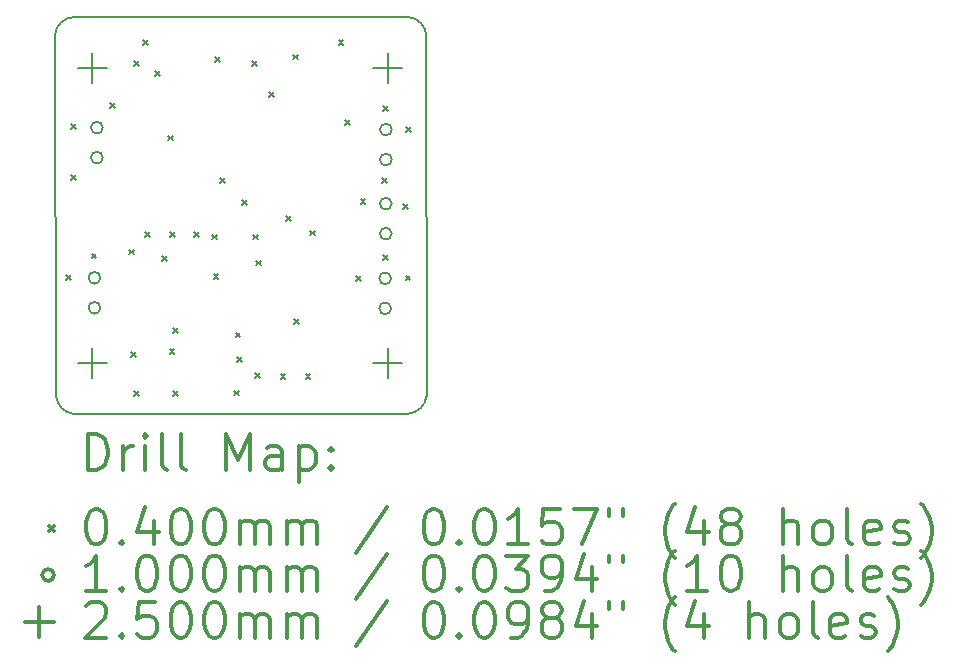
<source format=gbr>
%FSLAX45Y45*%
G04 Gerber Fmt 4.5, Leading zero omitted, Abs format (unit mm)*
G04 Created by KiCad (PCBNEW 5.99.0+really5.1.10+dfsg1-1) date 2022-01-15 17:01:51*
%MOMM*%
%LPD*%
G01*
G04 APERTURE LIST*
%TA.AperFunction,Profile*%
%ADD10C,0.150000*%
%TD*%
%ADD11C,0.200000*%
%ADD12C,0.300000*%
G04 APERTURE END LIST*
D10*
X15613288Y-11524457D02*
G75*
G02*
X15458440Y-11673840I-165924J17047D01*
G01*
X12626347Y-11676623D02*
G75*
G02*
X12476480Y-11525250I17832J167529D01*
G01*
X12467325Y-8465820D02*
G75*
G02*
X12626340Y-8315960I166189J-17047D01*
G01*
X15461457Y-8316052D02*
G75*
G02*
X15610840Y-8470900I-17047J-165924D01*
G01*
X15613288Y-11524457D02*
X15610840Y-8470900D01*
X12626347Y-11676623D02*
X15458440Y-11673840D01*
X12626340Y-8315960D02*
X15461457Y-8316052D01*
X12476480Y-11525250D02*
X12467325Y-8465820D01*
D11*
X12563160Y-10500680D02*
X12603160Y-10540680D01*
X12603160Y-10500680D02*
X12563160Y-10540680D01*
X12603800Y-9225600D02*
X12643800Y-9265600D01*
X12643800Y-9225600D02*
X12603800Y-9265600D01*
X12603800Y-9652320D02*
X12643800Y-9692320D01*
X12643800Y-9652320D02*
X12603800Y-9692320D01*
X12779060Y-10320340D02*
X12819060Y-10360340D01*
X12819060Y-10320340D02*
X12779060Y-10360340D01*
X12934000Y-9047800D02*
X12974000Y-9087800D01*
X12974000Y-9047800D02*
X12934000Y-9087800D01*
X13096560Y-10284780D02*
X13136560Y-10324780D01*
X13136560Y-10284780D02*
X13096560Y-10324780D01*
X13111800Y-11153460D02*
X13151800Y-11193460D01*
X13151800Y-11153460D02*
X13111800Y-11193460D01*
X13137200Y-11486200D02*
X13177200Y-11526200D01*
X13177200Y-11486200D02*
X13137200Y-11526200D01*
X13139740Y-8689660D02*
X13179740Y-8729660D01*
X13179740Y-8689660D02*
X13139740Y-8729660D01*
X13213400Y-8509320D02*
X13253400Y-8549320D01*
X13253400Y-8509320D02*
X13213400Y-8549320D01*
X13233720Y-10134920D02*
X13273720Y-10174920D01*
X13273720Y-10134920D02*
X13233720Y-10174920D01*
X13315000Y-8774750D02*
X13355000Y-8814750D01*
X13355000Y-8774750D02*
X13315000Y-8814750D01*
X13375960Y-10343200D02*
X13415960Y-10383200D01*
X13415960Y-10343200D02*
X13375960Y-10383200D01*
X13422950Y-9320850D02*
X13462950Y-9360850D01*
X13462950Y-9320850D02*
X13422950Y-9360850D01*
X13439460Y-11125520D02*
X13479460Y-11165520D01*
X13479460Y-11125520D02*
X13439460Y-11165520D01*
X13442000Y-10134920D02*
X13482000Y-10174920D01*
X13482000Y-10134920D02*
X13442000Y-10174920D01*
X13467146Y-10951530D02*
X13507146Y-10991530D01*
X13507146Y-10951530D02*
X13467146Y-10991530D01*
X13467400Y-11486200D02*
X13507400Y-11526200D01*
X13507400Y-11486200D02*
X13467400Y-11526200D01*
X13647740Y-10140000D02*
X13687740Y-10180000D01*
X13687740Y-10140000D02*
X13647740Y-10180000D01*
X13797600Y-10157780D02*
X13837600Y-10197780D01*
X13837600Y-10157780D02*
X13797600Y-10197780D01*
X13810300Y-10490520D02*
X13850300Y-10530520D01*
X13850300Y-10490520D02*
X13810300Y-10530520D01*
X13823000Y-8654100D02*
X13863000Y-8694100D01*
X13863000Y-8654100D02*
X13823000Y-8694100D01*
X13863640Y-9678228D02*
X13903640Y-9718228D01*
X13903640Y-9678228D02*
X13863640Y-9718228D01*
X13983020Y-11479850D02*
X14023020Y-11519850D01*
X14023020Y-11479850D02*
X13983020Y-11519850D01*
X13998260Y-10988360D02*
X14038260Y-11028360D01*
X14038260Y-10988360D02*
X13998260Y-11028360D01*
X14008928Y-11195116D02*
X14048928Y-11235116D01*
X14048928Y-11195116D02*
X14008928Y-11235116D01*
X14054140Y-9865680D02*
X14094140Y-9905680D01*
X14094140Y-9865680D02*
X14054140Y-9905680D01*
X14134150Y-8692200D02*
X14174150Y-8732200D01*
X14174150Y-8692200D02*
X14134150Y-8732200D01*
X14148120Y-10157780D02*
X14188120Y-10197780D01*
X14188120Y-10157780D02*
X14148120Y-10197780D01*
X14162852Y-11332276D02*
X14202852Y-11372276D01*
X14202852Y-11332276D02*
X14162852Y-11372276D01*
X14170980Y-10378760D02*
X14210980Y-10418760D01*
X14210980Y-10378760D02*
X14170980Y-10418760D01*
X14280200Y-8952550D02*
X14320200Y-8992550D01*
X14320200Y-8952550D02*
X14280200Y-8992550D01*
X14378244Y-11339388D02*
X14418244Y-11379388D01*
X14418244Y-11339388D02*
X14378244Y-11379388D01*
X14424980Y-10002840D02*
X14464980Y-10042840D01*
X14464980Y-10002840D02*
X14424980Y-10042840D01*
X14485940Y-8633780D02*
X14525940Y-8673780D01*
X14525940Y-8633780D02*
X14485940Y-8673780D01*
X14494830Y-10875330D02*
X14534830Y-10915330D01*
X14534830Y-10875330D02*
X14494830Y-10915330D01*
X14590080Y-11339388D02*
X14630080Y-11379388D01*
X14630080Y-11339388D02*
X14590080Y-11379388D01*
X14628180Y-10124760D02*
X14668180Y-10164760D01*
X14668180Y-10124760D02*
X14628180Y-10164760D01*
X14869480Y-8514400D02*
X14909480Y-8554400D01*
X14909480Y-8514400D02*
X14869480Y-8554400D01*
X14921550Y-9187500D02*
X14961550Y-9227500D01*
X14961550Y-9187500D02*
X14921550Y-9227500D01*
X15016800Y-10510840D02*
X15056800Y-10550840D01*
X15056800Y-10510840D02*
X15016800Y-10550840D01*
X15054900Y-9855520D02*
X15094900Y-9895520D01*
X15094900Y-9855520D02*
X15054900Y-9895520D01*
X15239050Y-9677720D02*
X15279050Y-9717720D01*
X15279050Y-9677720D02*
X15239050Y-9717720D01*
X15245400Y-9073200D02*
X15285400Y-9113200D01*
X15285400Y-9073200D02*
X15245400Y-9113200D01*
X15245400Y-10333040D02*
X15285400Y-10373040D01*
X15285400Y-10333040D02*
X15245400Y-10373040D01*
X15415580Y-9898700D02*
X15455580Y-9938700D01*
X15455580Y-9898700D02*
X15415580Y-9938700D01*
X15435900Y-10505760D02*
X15475900Y-10545760D01*
X15475900Y-10505760D02*
X15435900Y-10545760D01*
X15440980Y-9248460D02*
X15480980Y-9288460D01*
X15480980Y-9248460D02*
X15440980Y-9288460D01*
X12851600Y-10523220D02*
G75*
G03*
X12851600Y-10523220I-50000J0D01*
G01*
X12851600Y-10777220D02*
G75*
G03*
X12851600Y-10777220I-50000J0D01*
G01*
X12871920Y-9252712D02*
G75*
G03*
X12871920Y-9252712I-50000J0D01*
G01*
X12871920Y-9506712D02*
G75*
G03*
X12871920Y-9506712I-50000J0D01*
G01*
X15312860Y-10528300D02*
G75*
G03*
X15312860Y-10528300I-50000J0D01*
G01*
X15312860Y-10782300D02*
G75*
G03*
X15312860Y-10782300I-50000J0D01*
G01*
X15317940Y-9895840D02*
G75*
G03*
X15317940Y-9895840I-50000J0D01*
G01*
X15317940Y-10149840D02*
G75*
G03*
X15317940Y-10149840I-50000J0D01*
G01*
X15319464Y-9268460D02*
G75*
G03*
X15319464Y-9268460I-50000J0D01*
G01*
X15319464Y-9522460D02*
G75*
G03*
X15319464Y-9522460I-50000J0D01*
G01*
X12784836Y-8620728D02*
X12784836Y-8870728D01*
X12659836Y-8745728D02*
X12909836Y-8745728D01*
X12784836Y-11120728D02*
X12784836Y-11370728D01*
X12659836Y-11245728D02*
X12909836Y-11245728D01*
X15284836Y-8620728D02*
X15284836Y-8870728D01*
X15159836Y-8745728D02*
X15409836Y-8745728D01*
X15284836Y-11120728D02*
X15284836Y-11370728D01*
X15159836Y-11245728D02*
X15409836Y-11245728D01*
D12*
X12746254Y-12149838D02*
X12746254Y-11849838D01*
X12817682Y-11849838D01*
X12860539Y-11864123D01*
X12889111Y-11892695D01*
X12903396Y-11921266D01*
X12917682Y-11978409D01*
X12917682Y-12021266D01*
X12903396Y-12078409D01*
X12889111Y-12106980D01*
X12860539Y-12135552D01*
X12817682Y-12149838D01*
X12746254Y-12149838D01*
X13046254Y-12149838D02*
X13046254Y-11949838D01*
X13046254Y-12006980D02*
X13060539Y-11978409D01*
X13074825Y-11964123D01*
X13103396Y-11949838D01*
X13131968Y-11949838D01*
X13231968Y-12149838D02*
X13231968Y-11949838D01*
X13231968Y-11849838D02*
X13217682Y-11864123D01*
X13231968Y-11878409D01*
X13246254Y-11864123D01*
X13231968Y-11849838D01*
X13231968Y-11878409D01*
X13417682Y-12149838D02*
X13389111Y-12135552D01*
X13374825Y-12106980D01*
X13374825Y-11849838D01*
X13574825Y-12149838D02*
X13546254Y-12135552D01*
X13531968Y-12106980D01*
X13531968Y-11849838D01*
X13917682Y-12149838D02*
X13917682Y-11849838D01*
X14017682Y-12064123D01*
X14117682Y-11849838D01*
X14117682Y-12149838D01*
X14389111Y-12149838D02*
X14389111Y-11992695D01*
X14374825Y-11964123D01*
X14346254Y-11949838D01*
X14289111Y-11949838D01*
X14260539Y-11964123D01*
X14389111Y-12135552D02*
X14360539Y-12149838D01*
X14289111Y-12149838D01*
X14260539Y-12135552D01*
X14246254Y-12106980D01*
X14246254Y-12078409D01*
X14260539Y-12049838D01*
X14289111Y-12035552D01*
X14360539Y-12035552D01*
X14389111Y-12021266D01*
X14531968Y-11949838D02*
X14531968Y-12249838D01*
X14531968Y-11964123D02*
X14560539Y-11949838D01*
X14617682Y-11949838D01*
X14646254Y-11964123D01*
X14660539Y-11978409D01*
X14674825Y-12006980D01*
X14674825Y-12092695D01*
X14660539Y-12121266D01*
X14646254Y-12135552D01*
X14617682Y-12149838D01*
X14560539Y-12149838D01*
X14531968Y-12135552D01*
X14803396Y-12121266D02*
X14817682Y-12135552D01*
X14803396Y-12149838D01*
X14789111Y-12135552D01*
X14803396Y-12121266D01*
X14803396Y-12149838D01*
X14803396Y-11964123D02*
X14817682Y-11978409D01*
X14803396Y-11992695D01*
X14789111Y-11978409D01*
X14803396Y-11964123D01*
X14803396Y-11992695D01*
X12419825Y-12624123D02*
X12459825Y-12664123D01*
X12459825Y-12624123D02*
X12419825Y-12664123D01*
X12803396Y-12479838D02*
X12831968Y-12479838D01*
X12860539Y-12494123D01*
X12874825Y-12508409D01*
X12889111Y-12536980D01*
X12903396Y-12594123D01*
X12903396Y-12665552D01*
X12889111Y-12722695D01*
X12874825Y-12751266D01*
X12860539Y-12765552D01*
X12831968Y-12779838D01*
X12803396Y-12779838D01*
X12774825Y-12765552D01*
X12760539Y-12751266D01*
X12746254Y-12722695D01*
X12731968Y-12665552D01*
X12731968Y-12594123D01*
X12746254Y-12536980D01*
X12760539Y-12508409D01*
X12774825Y-12494123D01*
X12803396Y-12479838D01*
X13031968Y-12751266D02*
X13046254Y-12765552D01*
X13031968Y-12779838D01*
X13017682Y-12765552D01*
X13031968Y-12751266D01*
X13031968Y-12779838D01*
X13303396Y-12579838D02*
X13303396Y-12779838D01*
X13231968Y-12465552D02*
X13160539Y-12679838D01*
X13346254Y-12679838D01*
X13517682Y-12479838D02*
X13546254Y-12479838D01*
X13574825Y-12494123D01*
X13589111Y-12508409D01*
X13603396Y-12536980D01*
X13617682Y-12594123D01*
X13617682Y-12665552D01*
X13603396Y-12722695D01*
X13589111Y-12751266D01*
X13574825Y-12765552D01*
X13546254Y-12779838D01*
X13517682Y-12779838D01*
X13489111Y-12765552D01*
X13474825Y-12751266D01*
X13460539Y-12722695D01*
X13446254Y-12665552D01*
X13446254Y-12594123D01*
X13460539Y-12536980D01*
X13474825Y-12508409D01*
X13489111Y-12494123D01*
X13517682Y-12479838D01*
X13803396Y-12479838D02*
X13831968Y-12479838D01*
X13860539Y-12494123D01*
X13874825Y-12508409D01*
X13889111Y-12536980D01*
X13903396Y-12594123D01*
X13903396Y-12665552D01*
X13889111Y-12722695D01*
X13874825Y-12751266D01*
X13860539Y-12765552D01*
X13831968Y-12779838D01*
X13803396Y-12779838D01*
X13774825Y-12765552D01*
X13760539Y-12751266D01*
X13746254Y-12722695D01*
X13731968Y-12665552D01*
X13731968Y-12594123D01*
X13746254Y-12536980D01*
X13760539Y-12508409D01*
X13774825Y-12494123D01*
X13803396Y-12479838D01*
X14031968Y-12779838D02*
X14031968Y-12579838D01*
X14031968Y-12608409D02*
X14046254Y-12594123D01*
X14074825Y-12579838D01*
X14117682Y-12579838D01*
X14146254Y-12594123D01*
X14160539Y-12622695D01*
X14160539Y-12779838D01*
X14160539Y-12622695D02*
X14174825Y-12594123D01*
X14203396Y-12579838D01*
X14246254Y-12579838D01*
X14274825Y-12594123D01*
X14289111Y-12622695D01*
X14289111Y-12779838D01*
X14431968Y-12779838D02*
X14431968Y-12579838D01*
X14431968Y-12608409D02*
X14446254Y-12594123D01*
X14474825Y-12579838D01*
X14517682Y-12579838D01*
X14546254Y-12594123D01*
X14560539Y-12622695D01*
X14560539Y-12779838D01*
X14560539Y-12622695D02*
X14574825Y-12594123D01*
X14603396Y-12579838D01*
X14646254Y-12579838D01*
X14674825Y-12594123D01*
X14689111Y-12622695D01*
X14689111Y-12779838D01*
X15274825Y-12465552D02*
X15017682Y-12851266D01*
X15660539Y-12479838D02*
X15689111Y-12479838D01*
X15717682Y-12494123D01*
X15731968Y-12508409D01*
X15746254Y-12536980D01*
X15760539Y-12594123D01*
X15760539Y-12665552D01*
X15746254Y-12722695D01*
X15731968Y-12751266D01*
X15717682Y-12765552D01*
X15689111Y-12779838D01*
X15660539Y-12779838D01*
X15631968Y-12765552D01*
X15617682Y-12751266D01*
X15603396Y-12722695D01*
X15589111Y-12665552D01*
X15589111Y-12594123D01*
X15603396Y-12536980D01*
X15617682Y-12508409D01*
X15631968Y-12494123D01*
X15660539Y-12479838D01*
X15889111Y-12751266D02*
X15903396Y-12765552D01*
X15889111Y-12779838D01*
X15874825Y-12765552D01*
X15889111Y-12751266D01*
X15889111Y-12779838D01*
X16089111Y-12479838D02*
X16117682Y-12479838D01*
X16146254Y-12494123D01*
X16160539Y-12508409D01*
X16174825Y-12536980D01*
X16189111Y-12594123D01*
X16189111Y-12665552D01*
X16174825Y-12722695D01*
X16160539Y-12751266D01*
X16146254Y-12765552D01*
X16117682Y-12779838D01*
X16089111Y-12779838D01*
X16060539Y-12765552D01*
X16046254Y-12751266D01*
X16031968Y-12722695D01*
X16017682Y-12665552D01*
X16017682Y-12594123D01*
X16031968Y-12536980D01*
X16046254Y-12508409D01*
X16060539Y-12494123D01*
X16089111Y-12479838D01*
X16474825Y-12779838D02*
X16303396Y-12779838D01*
X16389111Y-12779838D02*
X16389111Y-12479838D01*
X16360539Y-12522695D01*
X16331968Y-12551266D01*
X16303396Y-12565552D01*
X16746254Y-12479838D02*
X16603396Y-12479838D01*
X16589111Y-12622695D01*
X16603396Y-12608409D01*
X16631968Y-12594123D01*
X16703396Y-12594123D01*
X16731968Y-12608409D01*
X16746254Y-12622695D01*
X16760539Y-12651266D01*
X16760539Y-12722695D01*
X16746254Y-12751266D01*
X16731968Y-12765552D01*
X16703396Y-12779838D01*
X16631968Y-12779838D01*
X16603396Y-12765552D01*
X16589111Y-12751266D01*
X16860539Y-12479838D02*
X17060539Y-12479838D01*
X16931968Y-12779838D01*
X17160539Y-12479838D02*
X17160539Y-12536980D01*
X17274825Y-12479838D02*
X17274825Y-12536980D01*
X17717682Y-12894123D02*
X17703397Y-12879838D01*
X17674825Y-12836980D01*
X17660539Y-12808409D01*
X17646254Y-12765552D01*
X17631968Y-12694123D01*
X17631968Y-12636980D01*
X17646254Y-12565552D01*
X17660539Y-12522695D01*
X17674825Y-12494123D01*
X17703397Y-12451266D01*
X17717682Y-12436980D01*
X17960539Y-12579838D02*
X17960539Y-12779838D01*
X17889111Y-12465552D02*
X17817682Y-12679838D01*
X18003397Y-12679838D01*
X18160539Y-12608409D02*
X18131968Y-12594123D01*
X18117682Y-12579838D01*
X18103397Y-12551266D01*
X18103397Y-12536980D01*
X18117682Y-12508409D01*
X18131968Y-12494123D01*
X18160539Y-12479838D01*
X18217682Y-12479838D01*
X18246254Y-12494123D01*
X18260539Y-12508409D01*
X18274825Y-12536980D01*
X18274825Y-12551266D01*
X18260539Y-12579838D01*
X18246254Y-12594123D01*
X18217682Y-12608409D01*
X18160539Y-12608409D01*
X18131968Y-12622695D01*
X18117682Y-12636980D01*
X18103397Y-12665552D01*
X18103397Y-12722695D01*
X18117682Y-12751266D01*
X18131968Y-12765552D01*
X18160539Y-12779838D01*
X18217682Y-12779838D01*
X18246254Y-12765552D01*
X18260539Y-12751266D01*
X18274825Y-12722695D01*
X18274825Y-12665552D01*
X18260539Y-12636980D01*
X18246254Y-12622695D01*
X18217682Y-12608409D01*
X18631968Y-12779838D02*
X18631968Y-12479838D01*
X18760539Y-12779838D02*
X18760539Y-12622695D01*
X18746254Y-12594123D01*
X18717682Y-12579838D01*
X18674825Y-12579838D01*
X18646254Y-12594123D01*
X18631968Y-12608409D01*
X18946254Y-12779838D02*
X18917682Y-12765552D01*
X18903397Y-12751266D01*
X18889111Y-12722695D01*
X18889111Y-12636980D01*
X18903397Y-12608409D01*
X18917682Y-12594123D01*
X18946254Y-12579838D01*
X18989111Y-12579838D01*
X19017682Y-12594123D01*
X19031968Y-12608409D01*
X19046254Y-12636980D01*
X19046254Y-12722695D01*
X19031968Y-12751266D01*
X19017682Y-12765552D01*
X18989111Y-12779838D01*
X18946254Y-12779838D01*
X19217682Y-12779838D02*
X19189111Y-12765552D01*
X19174825Y-12736980D01*
X19174825Y-12479838D01*
X19446254Y-12765552D02*
X19417682Y-12779838D01*
X19360539Y-12779838D01*
X19331968Y-12765552D01*
X19317682Y-12736980D01*
X19317682Y-12622695D01*
X19331968Y-12594123D01*
X19360539Y-12579838D01*
X19417682Y-12579838D01*
X19446254Y-12594123D01*
X19460539Y-12622695D01*
X19460539Y-12651266D01*
X19317682Y-12679838D01*
X19574825Y-12765552D02*
X19603397Y-12779838D01*
X19660539Y-12779838D01*
X19689111Y-12765552D01*
X19703397Y-12736980D01*
X19703397Y-12722695D01*
X19689111Y-12694123D01*
X19660539Y-12679838D01*
X19617682Y-12679838D01*
X19589111Y-12665552D01*
X19574825Y-12636980D01*
X19574825Y-12622695D01*
X19589111Y-12594123D01*
X19617682Y-12579838D01*
X19660539Y-12579838D01*
X19689111Y-12594123D01*
X19803397Y-12894123D02*
X19817682Y-12879838D01*
X19846254Y-12836980D01*
X19860539Y-12808409D01*
X19874825Y-12765552D01*
X19889111Y-12694123D01*
X19889111Y-12636980D01*
X19874825Y-12565552D01*
X19860539Y-12522695D01*
X19846254Y-12494123D01*
X19817682Y-12451266D01*
X19803397Y-12436980D01*
X12459825Y-13040123D02*
G75*
G03*
X12459825Y-13040123I-50000J0D01*
G01*
X12903396Y-13175838D02*
X12731968Y-13175838D01*
X12817682Y-13175838D02*
X12817682Y-12875838D01*
X12789111Y-12918695D01*
X12760539Y-12947266D01*
X12731968Y-12961552D01*
X13031968Y-13147266D02*
X13046254Y-13161552D01*
X13031968Y-13175838D01*
X13017682Y-13161552D01*
X13031968Y-13147266D01*
X13031968Y-13175838D01*
X13231968Y-12875838D02*
X13260539Y-12875838D01*
X13289111Y-12890123D01*
X13303396Y-12904409D01*
X13317682Y-12932980D01*
X13331968Y-12990123D01*
X13331968Y-13061552D01*
X13317682Y-13118695D01*
X13303396Y-13147266D01*
X13289111Y-13161552D01*
X13260539Y-13175838D01*
X13231968Y-13175838D01*
X13203396Y-13161552D01*
X13189111Y-13147266D01*
X13174825Y-13118695D01*
X13160539Y-13061552D01*
X13160539Y-12990123D01*
X13174825Y-12932980D01*
X13189111Y-12904409D01*
X13203396Y-12890123D01*
X13231968Y-12875838D01*
X13517682Y-12875838D02*
X13546254Y-12875838D01*
X13574825Y-12890123D01*
X13589111Y-12904409D01*
X13603396Y-12932980D01*
X13617682Y-12990123D01*
X13617682Y-13061552D01*
X13603396Y-13118695D01*
X13589111Y-13147266D01*
X13574825Y-13161552D01*
X13546254Y-13175838D01*
X13517682Y-13175838D01*
X13489111Y-13161552D01*
X13474825Y-13147266D01*
X13460539Y-13118695D01*
X13446254Y-13061552D01*
X13446254Y-12990123D01*
X13460539Y-12932980D01*
X13474825Y-12904409D01*
X13489111Y-12890123D01*
X13517682Y-12875838D01*
X13803396Y-12875838D02*
X13831968Y-12875838D01*
X13860539Y-12890123D01*
X13874825Y-12904409D01*
X13889111Y-12932980D01*
X13903396Y-12990123D01*
X13903396Y-13061552D01*
X13889111Y-13118695D01*
X13874825Y-13147266D01*
X13860539Y-13161552D01*
X13831968Y-13175838D01*
X13803396Y-13175838D01*
X13774825Y-13161552D01*
X13760539Y-13147266D01*
X13746254Y-13118695D01*
X13731968Y-13061552D01*
X13731968Y-12990123D01*
X13746254Y-12932980D01*
X13760539Y-12904409D01*
X13774825Y-12890123D01*
X13803396Y-12875838D01*
X14031968Y-13175838D02*
X14031968Y-12975838D01*
X14031968Y-13004409D02*
X14046254Y-12990123D01*
X14074825Y-12975838D01*
X14117682Y-12975838D01*
X14146254Y-12990123D01*
X14160539Y-13018695D01*
X14160539Y-13175838D01*
X14160539Y-13018695D02*
X14174825Y-12990123D01*
X14203396Y-12975838D01*
X14246254Y-12975838D01*
X14274825Y-12990123D01*
X14289111Y-13018695D01*
X14289111Y-13175838D01*
X14431968Y-13175838D02*
X14431968Y-12975838D01*
X14431968Y-13004409D02*
X14446254Y-12990123D01*
X14474825Y-12975838D01*
X14517682Y-12975838D01*
X14546254Y-12990123D01*
X14560539Y-13018695D01*
X14560539Y-13175838D01*
X14560539Y-13018695D02*
X14574825Y-12990123D01*
X14603396Y-12975838D01*
X14646254Y-12975838D01*
X14674825Y-12990123D01*
X14689111Y-13018695D01*
X14689111Y-13175838D01*
X15274825Y-12861552D02*
X15017682Y-13247266D01*
X15660539Y-12875838D02*
X15689111Y-12875838D01*
X15717682Y-12890123D01*
X15731968Y-12904409D01*
X15746254Y-12932980D01*
X15760539Y-12990123D01*
X15760539Y-13061552D01*
X15746254Y-13118695D01*
X15731968Y-13147266D01*
X15717682Y-13161552D01*
X15689111Y-13175838D01*
X15660539Y-13175838D01*
X15631968Y-13161552D01*
X15617682Y-13147266D01*
X15603396Y-13118695D01*
X15589111Y-13061552D01*
X15589111Y-12990123D01*
X15603396Y-12932980D01*
X15617682Y-12904409D01*
X15631968Y-12890123D01*
X15660539Y-12875838D01*
X15889111Y-13147266D02*
X15903396Y-13161552D01*
X15889111Y-13175838D01*
X15874825Y-13161552D01*
X15889111Y-13147266D01*
X15889111Y-13175838D01*
X16089111Y-12875838D02*
X16117682Y-12875838D01*
X16146254Y-12890123D01*
X16160539Y-12904409D01*
X16174825Y-12932980D01*
X16189111Y-12990123D01*
X16189111Y-13061552D01*
X16174825Y-13118695D01*
X16160539Y-13147266D01*
X16146254Y-13161552D01*
X16117682Y-13175838D01*
X16089111Y-13175838D01*
X16060539Y-13161552D01*
X16046254Y-13147266D01*
X16031968Y-13118695D01*
X16017682Y-13061552D01*
X16017682Y-12990123D01*
X16031968Y-12932980D01*
X16046254Y-12904409D01*
X16060539Y-12890123D01*
X16089111Y-12875838D01*
X16289111Y-12875838D02*
X16474825Y-12875838D01*
X16374825Y-12990123D01*
X16417682Y-12990123D01*
X16446254Y-13004409D01*
X16460539Y-13018695D01*
X16474825Y-13047266D01*
X16474825Y-13118695D01*
X16460539Y-13147266D01*
X16446254Y-13161552D01*
X16417682Y-13175838D01*
X16331968Y-13175838D01*
X16303396Y-13161552D01*
X16289111Y-13147266D01*
X16617682Y-13175838D02*
X16674825Y-13175838D01*
X16703396Y-13161552D01*
X16717682Y-13147266D01*
X16746254Y-13104409D01*
X16760539Y-13047266D01*
X16760539Y-12932980D01*
X16746254Y-12904409D01*
X16731968Y-12890123D01*
X16703396Y-12875838D01*
X16646254Y-12875838D01*
X16617682Y-12890123D01*
X16603396Y-12904409D01*
X16589111Y-12932980D01*
X16589111Y-13004409D01*
X16603396Y-13032980D01*
X16617682Y-13047266D01*
X16646254Y-13061552D01*
X16703396Y-13061552D01*
X16731968Y-13047266D01*
X16746254Y-13032980D01*
X16760539Y-13004409D01*
X17017682Y-12975838D02*
X17017682Y-13175838D01*
X16946254Y-12861552D02*
X16874825Y-13075838D01*
X17060539Y-13075838D01*
X17160539Y-12875838D02*
X17160539Y-12932980D01*
X17274825Y-12875838D02*
X17274825Y-12932980D01*
X17717682Y-13290123D02*
X17703397Y-13275838D01*
X17674825Y-13232980D01*
X17660539Y-13204409D01*
X17646254Y-13161552D01*
X17631968Y-13090123D01*
X17631968Y-13032980D01*
X17646254Y-12961552D01*
X17660539Y-12918695D01*
X17674825Y-12890123D01*
X17703397Y-12847266D01*
X17717682Y-12832980D01*
X17989111Y-13175838D02*
X17817682Y-13175838D01*
X17903397Y-13175838D02*
X17903397Y-12875838D01*
X17874825Y-12918695D01*
X17846254Y-12947266D01*
X17817682Y-12961552D01*
X18174825Y-12875838D02*
X18203397Y-12875838D01*
X18231968Y-12890123D01*
X18246254Y-12904409D01*
X18260539Y-12932980D01*
X18274825Y-12990123D01*
X18274825Y-13061552D01*
X18260539Y-13118695D01*
X18246254Y-13147266D01*
X18231968Y-13161552D01*
X18203397Y-13175838D01*
X18174825Y-13175838D01*
X18146254Y-13161552D01*
X18131968Y-13147266D01*
X18117682Y-13118695D01*
X18103397Y-13061552D01*
X18103397Y-12990123D01*
X18117682Y-12932980D01*
X18131968Y-12904409D01*
X18146254Y-12890123D01*
X18174825Y-12875838D01*
X18631968Y-13175838D02*
X18631968Y-12875838D01*
X18760539Y-13175838D02*
X18760539Y-13018695D01*
X18746254Y-12990123D01*
X18717682Y-12975838D01*
X18674825Y-12975838D01*
X18646254Y-12990123D01*
X18631968Y-13004409D01*
X18946254Y-13175838D02*
X18917682Y-13161552D01*
X18903397Y-13147266D01*
X18889111Y-13118695D01*
X18889111Y-13032980D01*
X18903397Y-13004409D01*
X18917682Y-12990123D01*
X18946254Y-12975838D01*
X18989111Y-12975838D01*
X19017682Y-12990123D01*
X19031968Y-13004409D01*
X19046254Y-13032980D01*
X19046254Y-13118695D01*
X19031968Y-13147266D01*
X19017682Y-13161552D01*
X18989111Y-13175838D01*
X18946254Y-13175838D01*
X19217682Y-13175838D02*
X19189111Y-13161552D01*
X19174825Y-13132980D01*
X19174825Y-12875838D01*
X19446254Y-13161552D02*
X19417682Y-13175838D01*
X19360539Y-13175838D01*
X19331968Y-13161552D01*
X19317682Y-13132980D01*
X19317682Y-13018695D01*
X19331968Y-12990123D01*
X19360539Y-12975838D01*
X19417682Y-12975838D01*
X19446254Y-12990123D01*
X19460539Y-13018695D01*
X19460539Y-13047266D01*
X19317682Y-13075838D01*
X19574825Y-13161552D02*
X19603397Y-13175838D01*
X19660539Y-13175838D01*
X19689111Y-13161552D01*
X19703397Y-13132980D01*
X19703397Y-13118695D01*
X19689111Y-13090123D01*
X19660539Y-13075838D01*
X19617682Y-13075838D01*
X19589111Y-13061552D01*
X19574825Y-13032980D01*
X19574825Y-13018695D01*
X19589111Y-12990123D01*
X19617682Y-12975838D01*
X19660539Y-12975838D01*
X19689111Y-12990123D01*
X19803397Y-13290123D02*
X19817682Y-13275838D01*
X19846254Y-13232980D01*
X19860539Y-13204409D01*
X19874825Y-13161552D01*
X19889111Y-13090123D01*
X19889111Y-13032980D01*
X19874825Y-12961552D01*
X19860539Y-12918695D01*
X19846254Y-12890123D01*
X19817682Y-12847266D01*
X19803397Y-12832980D01*
X12334825Y-13311123D02*
X12334825Y-13561123D01*
X12209825Y-13436123D02*
X12459825Y-13436123D01*
X12731968Y-13300409D02*
X12746254Y-13286123D01*
X12774825Y-13271838D01*
X12846254Y-13271838D01*
X12874825Y-13286123D01*
X12889111Y-13300409D01*
X12903396Y-13328980D01*
X12903396Y-13357552D01*
X12889111Y-13400409D01*
X12717682Y-13571838D01*
X12903396Y-13571838D01*
X13031968Y-13543266D02*
X13046254Y-13557552D01*
X13031968Y-13571838D01*
X13017682Y-13557552D01*
X13031968Y-13543266D01*
X13031968Y-13571838D01*
X13317682Y-13271838D02*
X13174825Y-13271838D01*
X13160539Y-13414695D01*
X13174825Y-13400409D01*
X13203396Y-13386123D01*
X13274825Y-13386123D01*
X13303396Y-13400409D01*
X13317682Y-13414695D01*
X13331968Y-13443266D01*
X13331968Y-13514695D01*
X13317682Y-13543266D01*
X13303396Y-13557552D01*
X13274825Y-13571838D01*
X13203396Y-13571838D01*
X13174825Y-13557552D01*
X13160539Y-13543266D01*
X13517682Y-13271838D02*
X13546254Y-13271838D01*
X13574825Y-13286123D01*
X13589111Y-13300409D01*
X13603396Y-13328980D01*
X13617682Y-13386123D01*
X13617682Y-13457552D01*
X13603396Y-13514695D01*
X13589111Y-13543266D01*
X13574825Y-13557552D01*
X13546254Y-13571838D01*
X13517682Y-13571838D01*
X13489111Y-13557552D01*
X13474825Y-13543266D01*
X13460539Y-13514695D01*
X13446254Y-13457552D01*
X13446254Y-13386123D01*
X13460539Y-13328980D01*
X13474825Y-13300409D01*
X13489111Y-13286123D01*
X13517682Y-13271838D01*
X13803396Y-13271838D02*
X13831968Y-13271838D01*
X13860539Y-13286123D01*
X13874825Y-13300409D01*
X13889111Y-13328980D01*
X13903396Y-13386123D01*
X13903396Y-13457552D01*
X13889111Y-13514695D01*
X13874825Y-13543266D01*
X13860539Y-13557552D01*
X13831968Y-13571838D01*
X13803396Y-13571838D01*
X13774825Y-13557552D01*
X13760539Y-13543266D01*
X13746254Y-13514695D01*
X13731968Y-13457552D01*
X13731968Y-13386123D01*
X13746254Y-13328980D01*
X13760539Y-13300409D01*
X13774825Y-13286123D01*
X13803396Y-13271838D01*
X14031968Y-13571838D02*
X14031968Y-13371838D01*
X14031968Y-13400409D02*
X14046254Y-13386123D01*
X14074825Y-13371838D01*
X14117682Y-13371838D01*
X14146254Y-13386123D01*
X14160539Y-13414695D01*
X14160539Y-13571838D01*
X14160539Y-13414695D02*
X14174825Y-13386123D01*
X14203396Y-13371838D01*
X14246254Y-13371838D01*
X14274825Y-13386123D01*
X14289111Y-13414695D01*
X14289111Y-13571838D01*
X14431968Y-13571838D02*
X14431968Y-13371838D01*
X14431968Y-13400409D02*
X14446254Y-13386123D01*
X14474825Y-13371838D01*
X14517682Y-13371838D01*
X14546254Y-13386123D01*
X14560539Y-13414695D01*
X14560539Y-13571838D01*
X14560539Y-13414695D02*
X14574825Y-13386123D01*
X14603396Y-13371838D01*
X14646254Y-13371838D01*
X14674825Y-13386123D01*
X14689111Y-13414695D01*
X14689111Y-13571838D01*
X15274825Y-13257552D02*
X15017682Y-13643266D01*
X15660539Y-13271838D02*
X15689111Y-13271838D01*
X15717682Y-13286123D01*
X15731968Y-13300409D01*
X15746254Y-13328980D01*
X15760539Y-13386123D01*
X15760539Y-13457552D01*
X15746254Y-13514695D01*
X15731968Y-13543266D01*
X15717682Y-13557552D01*
X15689111Y-13571838D01*
X15660539Y-13571838D01*
X15631968Y-13557552D01*
X15617682Y-13543266D01*
X15603396Y-13514695D01*
X15589111Y-13457552D01*
X15589111Y-13386123D01*
X15603396Y-13328980D01*
X15617682Y-13300409D01*
X15631968Y-13286123D01*
X15660539Y-13271838D01*
X15889111Y-13543266D02*
X15903396Y-13557552D01*
X15889111Y-13571838D01*
X15874825Y-13557552D01*
X15889111Y-13543266D01*
X15889111Y-13571838D01*
X16089111Y-13271838D02*
X16117682Y-13271838D01*
X16146254Y-13286123D01*
X16160539Y-13300409D01*
X16174825Y-13328980D01*
X16189111Y-13386123D01*
X16189111Y-13457552D01*
X16174825Y-13514695D01*
X16160539Y-13543266D01*
X16146254Y-13557552D01*
X16117682Y-13571838D01*
X16089111Y-13571838D01*
X16060539Y-13557552D01*
X16046254Y-13543266D01*
X16031968Y-13514695D01*
X16017682Y-13457552D01*
X16017682Y-13386123D01*
X16031968Y-13328980D01*
X16046254Y-13300409D01*
X16060539Y-13286123D01*
X16089111Y-13271838D01*
X16331968Y-13571838D02*
X16389111Y-13571838D01*
X16417682Y-13557552D01*
X16431968Y-13543266D01*
X16460539Y-13500409D01*
X16474825Y-13443266D01*
X16474825Y-13328980D01*
X16460539Y-13300409D01*
X16446254Y-13286123D01*
X16417682Y-13271838D01*
X16360539Y-13271838D01*
X16331968Y-13286123D01*
X16317682Y-13300409D01*
X16303396Y-13328980D01*
X16303396Y-13400409D01*
X16317682Y-13428980D01*
X16331968Y-13443266D01*
X16360539Y-13457552D01*
X16417682Y-13457552D01*
X16446254Y-13443266D01*
X16460539Y-13428980D01*
X16474825Y-13400409D01*
X16646254Y-13400409D02*
X16617682Y-13386123D01*
X16603396Y-13371838D01*
X16589111Y-13343266D01*
X16589111Y-13328980D01*
X16603396Y-13300409D01*
X16617682Y-13286123D01*
X16646254Y-13271838D01*
X16703396Y-13271838D01*
X16731968Y-13286123D01*
X16746254Y-13300409D01*
X16760539Y-13328980D01*
X16760539Y-13343266D01*
X16746254Y-13371838D01*
X16731968Y-13386123D01*
X16703396Y-13400409D01*
X16646254Y-13400409D01*
X16617682Y-13414695D01*
X16603396Y-13428980D01*
X16589111Y-13457552D01*
X16589111Y-13514695D01*
X16603396Y-13543266D01*
X16617682Y-13557552D01*
X16646254Y-13571838D01*
X16703396Y-13571838D01*
X16731968Y-13557552D01*
X16746254Y-13543266D01*
X16760539Y-13514695D01*
X16760539Y-13457552D01*
X16746254Y-13428980D01*
X16731968Y-13414695D01*
X16703396Y-13400409D01*
X17017682Y-13371838D02*
X17017682Y-13571838D01*
X16946254Y-13257552D02*
X16874825Y-13471838D01*
X17060539Y-13471838D01*
X17160539Y-13271838D02*
X17160539Y-13328980D01*
X17274825Y-13271838D02*
X17274825Y-13328980D01*
X17717682Y-13686123D02*
X17703397Y-13671838D01*
X17674825Y-13628980D01*
X17660539Y-13600409D01*
X17646254Y-13557552D01*
X17631968Y-13486123D01*
X17631968Y-13428980D01*
X17646254Y-13357552D01*
X17660539Y-13314695D01*
X17674825Y-13286123D01*
X17703397Y-13243266D01*
X17717682Y-13228980D01*
X17960539Y-13371838D02*
X17960539Y-13571838D01*
X17889111Y-13257552D02*
X17817682Y-13471838D01*
X18003397Y-13471838D01*
X18346254Y-13571838D02*
X18346254Y-13271838D01*
X18474825Y-13571838D02*
X18474825Y-13414695D01*
X18460539Y-13386123D01*
X18431968Y-13371838D01*
X18389111Y-13371838D01*
X18360539Y-13386123D01*
X18346254Y-13400409D01*
X18660539Y-13571838D02*
X18631968Y-13557552D01*
X18617682Y-13543266D01*
X18603397Y-13514695D01*
X18603397Y-13428980D01*
X18617682Y-13400409D01*
X18631968Y-13386123D01*
X18660539Y-13371838D01*
X18703397Y-13371838D01*
X18731968Y-13386123D01*
X18746254Y-13400409D01*
X18760539Y-13428980D01*
X18760539Y-13514695D01*
X18746254Y-13543266D01*
X18731968Y-13557552D01*
X18703397Y-13571838D01*
X18660539Y-13571838D01*
X18931968Y-13571838D02*
X18903397Y-13557552D01*
X18889111Y-13528980D01*
X18889111Y-13271838D01*
X19160539Y-13557552D02*
X19131968Y-13571838D01*
X19074825Y-13571838D01*
X19046254Y-13557552D01*
X19031968Y-13528980D01*
X19031968Y-13414695D01*
X19046254Y-13386123D01*
X19074825Y-13371838D01*
X19131968Y-13371838D01*
X19160539Y-13386123D01*
X19174825Y-13414695D01*
X19174825Y-13443266D01*
X19031968Y-13471838D01*
X19289111Y-13557552D02*
X19317682Y-13571838D01*
X19374825Y-13571838D01*
X19403397Y-13557552D01*
X19417682Y-13528980D01*
X19417682Y-13514695D01*
X19403397Y-13486123D01*
X19374825Y-13471838D01*
X19331968Y-13471838D01*
X19303397Y-13457552D01*
X19289111Y-13428980D01*
X19289111Y-13414695D01*
X19303397Y-13386123D01*
X19331968Y-13371838D01*
X19374825Y-13371838D01*
X19403397Y-13386123D01*
X19517682Y-13686123D02*
X19531968Y-13671838D01*
X19560539Y-13628980D01*
X19574825Y-13600409D01*
X19589111Y-13557552D01*
X19603397Y-13486123D01*
X19603397Y-13428980D01*
X19589111Y-13357552D01*
X19574825Y-13314695D01*
X19560539Y-13286123D01*
X19531968Y-13243266D01*
X19517682Y-13228980D01*
M02*

</source>
